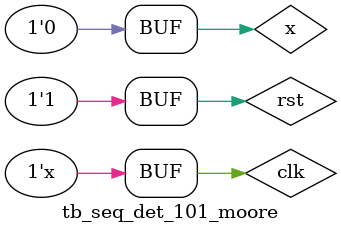
<source format=v>

module tb_seq_det_101_moore;

  // Inputs
  reg clk;
  reg rst;
  reg x;
  wire y;

  // Instantiate Moore FSM
  seq_det_101_moore moore_fsm (
    .rst(rst),
    .clk(clk),
    .x(x),
    .y(y)
  );

  // Clock generation (50 MHz)
  always #5 clk = ~clk;

  initial begin
    rst = 1'b0; clk = 1'b0;
    x = 0;
    #10 rst = 1'b1;

    // Input sequence to test "101" detection
    #10 x = 0;
    #10 x = 1;
    #10 x = 1;
    #10 x = 1;
    #10 x = 0;
    #10 x = 1; // First "101" detected
    #10 x = 0;
    #10 x = 0;
    #10 x = 1; // Second "101" detected (overlapping)
    #10 x = 0;
    #10 x = 1;
    #10 x = 0;
    #10 x = 1; // Additional transitions to check FSM behavior
    #10 x = 0;
    #10 x = 0;

    #200;
  end

  // Display signals
  initial begin
    $monitor("Time: %0d | x: %b |  y_moore: %b | rst: %b ", 
             $time, x,  y, rst);
  end

endmodule


</source>
